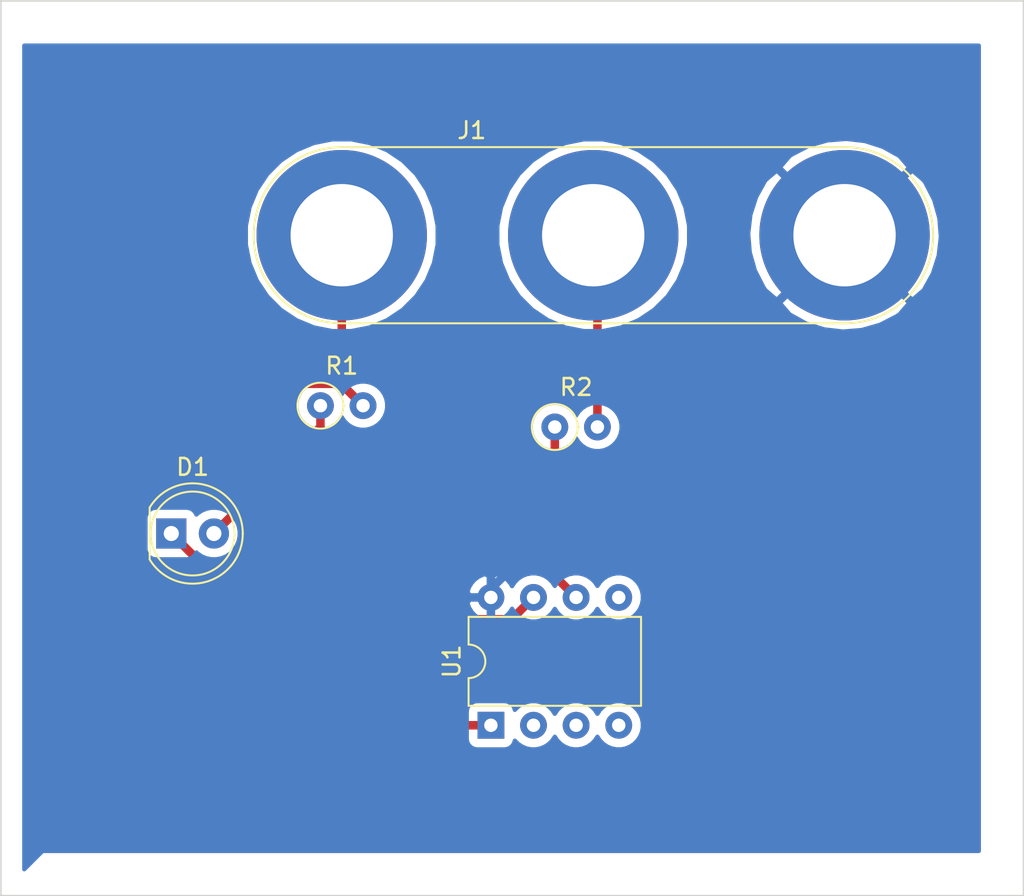
<source format=kicad_pcb>
(kicad_pcb (version 20171130) (host pcbnew 5.1.6-c6e7f7d~86~ubuntu18.04.1)

  (general
    (thickness 1.6)
    (drawings 4)
    (tracks 19)
    (zones 0)
    (modules 5)
    (nets 11)
  )

  (page USLetter)
  (title_block
    (title tut)
  )

  (layers
    (0 F.Cu signal)
    (31 B.Cu signal)
    (32 B.Adhes user)
    (33 F.Adhes user)
    (34 B.Paste user)
    (35 F.Paste user)
    (36 B.SilkS user)
    (37 F.SilkS user)
    (38 B.Mask user)
    (39 F.Mask user)
    (40 Dwgs.User user)
    (41 Cmts.User user)
    (42 Eco1.User user)
    (43 Eco2.User user)
    (44 Edge.Cuts user)
    (45 Margin user)
    (46 B.CrtYd user)
    (47 F.CrtYd user)
    (48 B.Fab user)
    (49 F.Fab user)
  )

  (setup
    (last_trace_width 0.508)
    (user_trace_width 0.508)
    (trace_clearance 0.25)
    (zone_clearance 0.508)
    (zone_45_only yes)
    (trace_min 0.2)
    (via_size 0.8)
    (via_drill 0.4)
    (via_min_size 0.4)
    (via_min_drill 0.3)
    (uvia_size 0.3)
    (uvia_drill 0.1)
    (uvias_allowed no)
    (uvia_min_size 0.2)
    (uvia_min_drill 0.1)
    (edge_width 0.05)
    (segment_width 0.2)
    (pcb_text_width 0.3)
    (pcb_text_size 1.5 1.5)
    (mod_edge_width 0.12)
    (mod_text_size 1 1)
    (mod_text_width 0.15)
    (pad_size 1.524 1.524)
    (pad_drill 0.762)
    (pad_to_mask_clearance 0.05)
    (aux_axis_origin 0 0)
    (visible_elements FFFFFF7F)
    (pcbplotparams
      (layerselection 0x010fc_ffffffff)
      (usegerberextensions false)
      (usegerberattributes true)
      (usegerberadvancedattributes true)
      (creategerberjobfile true)
      (excludeedgelayer true)
      (linewidth 0.100000)
      (plotframeref false)
      (viasonmask false)
      (mode 1)
      (useauxorigin false)
      (hpglpennumber 1)
      (hpglpenspeed 20)
      (hpglpendiameter 15.000000)
      (psnegative false)
      (psa4output false)
      (plotreference true)
      (plotvalue true)
      (plotinvisibletext false)
      (padsonsilk false)
      (subtractmaskfromsilk false)
      (outputformat 1)
      (mirror false)
      (drillshape 1)
      (scaleselection 1)
      (outputdirectory ""))
  )

  (net 0 "")
  (net 1 /LEDtoC)
  (net 2 /LEDtoR)
  (net 3 VCC)
  (net 4 GND)
  (net 5 /INPUTtoR)
  (net 6 /input)
  (net 7 "Net-(U1-Pad5)")
  (net 8 "Net-(U1-Pad2)")
  (net 9 "Net-(U1-Pad3)")
  (net 10 "Net-(U1-Pad4)")

  (net_class Default "This is the default net class."
    (clearance 0.25)
    (trace_width 0.25)
    (via_dia 0.8)
    (via_drill 0.4)
    (uvia_dia 0.3)
    (uvia_drill 0.1)
    (add_net /INPUTtoR)
    (add_net /LEDtoC)
    (add_net /LEDtoR)
    (add_net /input)
    (add_net GND)
    (add_net "Net-(U1-Pad2)")
    (add_net "Net-(U1-Pad3)")
    (add_net "Net-(U1-Pad4)")
    (add_net "Net-(U1-Pad5)")
    (add_net VCC)
  )

  (module LED_THT:LED_D5.0mm (layer F.Cu) (tedit 5995936A) (tstamp 5F04D95D)
    (at 163.83 -803.91)
    (descr "LED, diameter 5.0mm, 2 pins, http://cdn-reichelt.de/documents/datenblatt/A500/LL-504BC2E-009.pdf")
    (tags "LED diameter 5.0mm 2 pins")
    (path /5F05EB6B)
    (fp_text reference D1 (at 1.27 -3.96) (layer F.SilkS)
      (effects (font (size 1 1) (thickness 0.15)))
    )
    (fp_text value LED (at 1.27 3.96) (layer F.Fab)
      (effects (font (size 1 1) (thickness 0.15)))
    )
    (fp_line (start 4.5 -3.25) (end -1.95 -3.25) (layer F.CrtYd) (width 0.05))
    (fp_line (start 4.5 3.25) (end 4.5 -3.25) (layer F.CrtYd) (width 0.05))
    (fp_line (start -1.95 3.25) (end 4.5 3.25) (layer F.CrtYd) (width 0.05))
    (fp_line (start -1.95 -3.25) (end -1.95 3.25) (layer F.CrtYd) (width 0.05))
    (fp_line (start -1.29 -1.545) (end -1.29 1.545) (layer F.SilkS) (width 0.12))
    (fp_line (start -1.23 -1.469694) (end -1.23 1.469694) (layer F.Fab) (width 0.1))
    (fp_circle (center 1.27 0) (end 3.77 0) (layer F.SilkS) (width 0.12))
    (fp_circle (center 1.27 0) (end 3.77 0) (layer F.Fab) (width 0.1))
    (fp_arc (start 1.27 0) (end -1.23 -1.469694) (angle 299.1) (layer F.Fab) (width 0.1))
    (fp_arc (start 1.27 0) (end -1.29 -1.54483) (angle 148.9) (layer F.SilkS) (width 0.12))
    (fp_arc (start 1.27 0) (end -1.29 1.54483) (angle -148.9) (layer F.SilkS) (width 0.12))
    (fp_text user %R (at 1.25 0) (layer F.Fab)
      (effects (font (size 0.8 0.8) (thickness 0.2)))
    )
    (pad 1 thru_hole rect (at 0 0) (size 1.8 1.8) (drill 0.9) (layers *.Cu *.Mask)
      (net 1 /LEDtoC))
    (pad 2 thru_hole circle (at 2.54 0) (size 1.8 1.8) (drill 0.9) (layers *.Cu *.Mask)
      (net 2 /LEDtoR))
    (model ${KISYS3DMOD}/LED_THT.3dshapes/LED_D5.0mm.wrl
      (at (xyz 0 0 0))
      (scale (xyz 1 1 1))
      (rotate (xyz 0 0 0))
    )
  )

  (module Connector:Banana_Jack_3Pin (layer F.Cu) (tedit 5A1AB217) (tstamp 5F04D973)
    (at 173.99 -821.69)
    (descr "Triple banana socket, footprint - 3 x 6mm drills")
    (tags "banana socket")
    (path /5F06D2C9)
    (fp_text reference J1 (at 7.75 -6.25) (layer F.SilkS)
      (effects (font (size 1 1) (thickness 0.15)))
    )
    (fp_text value MYCONN3 (at 22.5 -6.25) (layer F.Fab)
      (effects (font (size 1 1) (thickness 0.15)))
    )
    (fp_circle (center 0 0) (end 2 0) (layer F.Fab) (width 0.1))
    (fp_circle (center 0 0) (end 4.75 0) (layer F.Fab) (width 0.1))
    (fp_circle (center 15 0) (end 17 0) (layer F.Fab) (width 0.1))
    (fp_circle (center 15 0) (end 19.75 0) (layer F.Fab) (width 0.1))
    (fp_circle (center 30 0) (end 30 -4.75) (layer F.Fab) (width 0.1))
    (fp_circle (center 30 0) (end 30 -2) (layer F.Fab) (width 0.1))
    (fp_line (start 30 -5.25) (end 0 -5.25) (layer F.SilkS) (width 0.12))
    (fp_line (start 0 5.25) (end 30 5.25) (layer F.SilkS) (width 0.12))
    (fp_line (start 0 -5.5) (end 30 -5.5) (layer F.CrtYd) (width 0.05))
    (fp_line (start 30 5.5) (end 0 5.5) (layer F.CrtYd) (width 0.05))
    (fp_text user %R (at 14.99 0) (layer F.Fab)
      (effects (font (size 0.8 0.8) (thickness 0.12)))
    )
    (fp_arc (start 0 0) (end 0 5.5) (angle 180) (layer F.CrtYd) (width 0.05))
    (fp_arc (start 30 0) (end 30 -5.5) (angle 180) (layer F.CrtYd) (width 0.05))
    (fp_arc (start 30 0) (end 30 -5.25) (angle 180) (layer F.SilkS) (width 0.12))
    (fp_arc (start 0 0) (end 0 5.25) (angle 180) (layer F.SilkS) (width 0.12))
    (pad 1 thru_hole circle (at 0 0) (size 10.16 10.16) (drill 6.1) (layers *.Cu *.Mask)
      (net 3 VCC))
    (pad 3 thru_hole circle (at 29.97 0) (size 10.16 10.16) (drill 6.1) (layers *.Cu *.Mask)
      (net 4 GND))
    (pad 2 thru_hole circle (at 14.99 0) (size 10.16 10.16) (drill 6.1) (layers *.Cu *.Mask)
      (net 5 /INPUTtoR))
    (model ${KISYS3DMOD}/Connector.3dshapes/Banana_Jack_3Pin.wrl
      (offset (xyz 14.9999997746626 0 0))
      (scale (xyz 2 2 2))
      (rotate (xyz 0 0 0))
    )
  )

  (module Resistor_THT:R_Axial_DIN0207_L6.3mm_D2.5mm_P2.54mm_Vertical (layer F.Cu) (tedit 5AE5139B) (tstamp 5F04D982)
    (at 172.72 -811.53)
    (descr "Resistor, Axial_DIN0207 series, Axial, Vertical, pin pitch=2.54mm, 0.25W = 1/4W, length*diameter=6.3*2.5mm^2, http://cdn-reichelt.de/documents/datenblatt/B400/1_4W%23YAG.pdf")
    (tags "Resistor Axial_DIN0207 series Axial Vertical pin pitch 2.54mm 0.25W = 1/4W length 6.3mm diameter 2.5mm")
    (path /5F05B6CC)
    (fp_text reference R1 (at 1.27 -2.37) (layer F.SilkS)
      (effects (font (size 1 1) (thickness 0.15)))
    )
    (fp_text value 1k (at 1.27 2.37) (layer F.Fab)
      (effects (font (size 1 1) (thickness 0.15)))
    )
    (fp_line (start 3.59 -1.5) (end -1.5 -1.5) (layer F.CrtYd) (width 0.05))
    (fp_line (start 3.59 1.5) (end 3.59 -1.5) (layer F.CrtYd) (width 0.05))
    (fp_line (start -1.5 1.5) (end 3.59 1.5) (layer F.CrtYd) (width 0.05))
    (fp_line (start -1.5 -1.5) (end -1.5 1.5) (layer F.CrtYd) (width 0.05))
    (fp_line (start 1.37 0) (end 1.44 0) (layer F.SilkS) (width 0.12))
    (fp_line (start 0 0) (end 2.54 0) (layer F.Fab) (width 0.1))
    (fp_circle (center 0 0) (end 1.37 0) (layer F.SilkS) (width 0.12))
    (fp_circle (center 0 0) (end 1.25 0) (layer F.Fab) (width 0.1))
    (fp_text user %R (at 1.27 -2.37) (layer F.Fab)
      (effects (font (size 1 1) (thickness 0.15)))
    )
    (pad 1 thru_hole circle (at 0 0) (size 1.6 1.6) (drill 0.8) (layers *.Cu *.Mask)
      (net 2 /LEDtoR))
    (pad 2 thru_hole oval (at 2.54 0) (size 1.6 1.6) (drill 0.8) (layers *.Cu *.Mask)
      (net 3 VCC))
    (model ${KISYS3DMOD}/Resistor_THT.3dshapes/R_Axial_DIN0207_L6.3mm_D2.5mm_P2.54mm_Vertical.wrl
      (at (xyz 0 0 0))
      (scale (xyz 1 1 1))
      (rotate (xyz 0 0 0))
    )
  )

  (module Resistor_THT:R_Axial_DIN0207_L6.3mm_D2.5mm_P2.54mm_Vertical (layer F.Cu) (tedit 5AE5139B) (tstamp 5F04D991)
    (at 186.69 -810.26)
    (descr "Resistor, Axial_DIN0207 series, Axial, Vertical, pin pitch=2.54mm, 0.25W = 1/4W, length*diameter=6.3*2.5mm^2, http://cdn-reichelt.de/documents/datenblatt/B400/1_4W%23YAG.pdf")
    (tags "Resistor Axial_DIN0207 series Axial Vertical pin pitch 2.54mm 0.25W = 1/4W length 6.3mm diameter 2.5mm")
    (path /5F05C1BF)
    (fp_text reference R2 (at 1.27 -2.37) (layer F.SilkS)
      (effects (font (size 1 1) (thickness 0.15)))
    )
    (fp_text value 100 (at 1.27 2.37) (layer F.Fab)
      (effects (font (size 1 1) (thickness 0.15)))
    )
    (fp_text user %R (at 1.27 -2.37) (layer F.Fab)
      (effects (font (size 1 1) (thickness 0.15)))
    )
    (fp_circle (center 0 0) (end 1.25 0) (layer F.Fab) (width 0.1))
    (fp_circle (center 0 0) (end 1.37 0) (layer F.SilkS) (width 0.12))
    (fp_line (start 0 0) (end 2.54 0) (layer F.Fab) (width 0.1))
    (fp_line (start 1.37 0) (end 1.44 0) (layer F.SilkS) (width 0.12))
    (fp_line (start -1.5 -1.5) (end -1.5 1.5) (layer F.CrtYd) (width 0.05))
    (fp_line (start -1.5 1.5) (end 3.59 1.5) (layer F.CrtYd) (width 0.05))
    (fp_line (start 3.59 1.5) (end 3.59 -1.5) (layer F.CrtYd) (width 0.05))
    (fp_line (start 3.59 -1.5) (end -1.5 -1.5) (layer F.CrtYd) (width 0.05))
    (pad 2 thru_hole oval (at 2.54 0) (size 1.6 1.6) (drill 0.8) (layers *.Cu *.Mask)
      (net 5 /INPUTtoR))
    (pad 1 thru_hole circle (at 0 0) (size 1.6 1.6) (drill 0.8) (layers *.Cu *.Mask)
      (net 6 /input))
    (model ${KISYS3DMOD}/Resistor_THT.3dshapes/R_Axial_DIN0207_L6.3mm_D2.5mm_P2.54mm_Vertical.wrl
      (at (xyz 0 0 0))
      (scale (xyz 1 1 1))
      (rotate (xyz 0 0 0))
    )
  )

  (module Package_DIP:DIP-8_W7.62mm (layer F.Cu) (tedit 5A02E8C5) (tstamp 5F04D9AD)
    (at 182.88 -792.48 90)
    (descr "8-lead though-hole mounted DIP package, row spacing 7.62 mm (300 mils)")
    (tags "THT DIP DIL PDIP 2.54mm 7.62mm 300mil")
    (path /5F05D1D2)
    (fp_text reference U1 (at 3.81 -2.33 90) (layer F.SilkS)
      (effects (font (size 1 1) (thickness 0.15)))
    )
    (fp_text value PIC12C508A-ISN (at 3.81 9.95 90) (layer F.Fab)
      (effects (font (size 1 1) (thickness 0.15)))
    )
    (fp_line (start 8.7 -1.55) (end -1.1 -1.55) (layer F.CrtYd) (width 0.05))
    (fp_line (start 8.7 9.15) (end 8.7 -1.55) (layer F.CrtYd) (width 0.05))
    (fp_line (start -1.1 9.15) (end 8.7 9.15) (layer F.CrtYd) (width 0.05))
    (fp_line (start -1.1 -1.55) (end -1.1 9.15) (layer F.CrtYd) (width 0.05))
    (fp_line (start 6.46 -1.33) (end 4.81 -1.33) (layer F.SilkS) (width 0.12))
    (fp_line (start 6.46 8.95) (end 6.46 -1.33) (layer F.SilkS) (width 0.12))
    (fp_line (start 1.16 8.95) (end 6.46 8.95) (layer F.SilkS) (width 0.12))
    (fp_line (start 1.16 -1.33) (end 1.16 8.95) (layer F.SilkS) (width 0.12))
    (fp_line (start 2.81 -1.33) (end 1.16 -1.33) (layer F.SilkS) (width 0.12))
    (fp_line (start 0.635 -0.27) (end 1.635 -1.27) (layer F.Fab) (width 0.1))
    (fp_line (start 0.635 8.89) (end 0.635 -0.27) (layer F.Fab) (width 0.1))
    (fp_line (start 6.985 8.89) (end 0.635 8.89) (layer F.Fab) (width 0.1))
    (fp_line (start 6.985 -1.27) (end 6.985 8.89) (layer F.Fab) (width 0.1))
    (fp_line (start 1.635 -1.27) (end 6.985 -1.27) (layer F.Fab) (width 0.1))
    (fp_arc (start 3.81 -1.33) (end 2.81 -1.33) (angle -180) (layer F.SilkS) (width 0.12))
    (fp_text user %R (at 3.81 3.81 90) (layer F.Fab)
      (effects (font (size 1 1) (thickness 0.15)))
    )
    (pad 1 thru_hole rect (at 0 0 90) (size 1.6 1.6) (drill 0.8) (layers *.Cu *.Mask)
      (net 3 VCC))
    (pad 5 thru_hole oval (at 7.62 7.62 90) (size 1.6 1.6) (drill 0.8) (layers *.Cu *.Mask)
      (net 7 "Net-(U1-Pad5)"))
    (pad 2 thru_hole oval (at 0 2.54 90) (size 1.6 1.6) (drill 0.8) (layers *.Cu *.Mask)
      (net 8 "Net-(U1-Pad2)"))
    (pad 6 thru_hole oval (at 7.62 5.08 90) (size 1.6 1.6) (drill 0.8) (layers *.Cu *.Mask)
      (net 6 /input))
    (pad 3 thru_hole oval (at 0 5.08 90) (size 1.6 1.6) (drill 0.8) (layers *.Cu *.Mask)
      (net 9 "Net-(U1-Pad3)"))
    (pad 7 thru_hole oval (at 7.62 2.54 90) (size 1.6 1.6) (drill 0.8) (layers *.Cu *.Mask)
      (net 1 /LEDtoC))
    (pad 4 thru_hole oval (at 0 7.62 90) (size 1.6 1.6) (drill 0.8) (layers *.Cu *.Mask)
      (net 10 "Net-(U1-Pad4)"))
    (pad 8 thru_hole oval (at 7.62 0 90) (size 1.6 1.6) (drill 0.8) (layers *.Cu *.Mask)
      (net 4 GND))
    (model ${KISYS3DMOD}/Package_DIP.3dshapes/DIP-8_W7.62mm.wrl
      (at (xyz 0 0 0))
      (scale (xyz 1 1 1))
      (rotate (xyz 0 0 0))
    )
  )

  (gr_line (start 214.63 -835.66) (end 214.63 -782.32) (layer Edge.Cuts) (width 0.1))
  (gr_line (start 153.67 -835.66) (end 214.63 -835.66) (layer Edge.Cuts) (width 0.1))
  (gr_line (start 153.67 -782.32) (end 153.67 -835.66) (layer Edge.Cuts) (width 0.1))
  (gr_line (start 214.63 -782.32) (end 153.67 -782.32) (layer Edge.Cuts) (width 0.1))

  (segment (start 184.115999 -798.795999) (end 185.42 -800.1) (width 0.508) (layer F.Cu) (net 1))
  (segment (start 168.944001 -798.795999) (end 184.115999 -798.795999) (width 0.508) (layer F.Cu) (net 1))
  (segment (start 163.83 -803.91) (end 168.944001 -798.795999) (width 0.508) (layer F.Cu) (net 1))
  (segment (start 172.72 -810.26) (end 166.37 -803.91) (width 0.508) (layer F.Cu) (net 2))
  (segment (start 172.72 -811.53) (end 172.72 -810.26) (width 0.508) (layer F.Cu) (net 2))
  (segment (start 173.99 -812.8) (end 175.26 -811.53) (width 0.508) (layer F.Cu) (net 3))
  (segment (start 173.99 -821.69) (end 173.99 -812.8) (width 0.508) (layer F.Cu) (net 3))
  (segment (start 165.134001 -812.834001) (end 173.955999 -812.834001) (width 0.508) (layer F.Cu) (net 3))
  (segment (start 161.29 -808.99) (end 165.134001 -812.834001) (width 0.508) (layer F.Cu) (net 3))
  (segment (start 173.955999 -812.834001) (end 175.26 -811.53) (width 0.508) (layer F.Cu) (net 3))
  (segment (start 182.88 -792.48) (end 167.64 -792.48) (width 0.508) (layer F.Cu) (net 3))
  (segment (start 161.29 -798.83) (end 161.29 -808.99) (width 0.508) (layer F.Cu) (net 3))
  (segment (start 167.64 -792.48) (end 161.29 -798.83) (width 0.508) (layer F.Cu) (net 3))
  (segment (start 182.88 -800.61) (end 182.88 -800.1) (width 0.508) (layer B.Cu) (net 4))
  (segment (start 203.96 -821.69) (end 182.88 -800.61) (width 0.508) (layer B.Cu) (net 4))
  (segment (start 189.23 -821.44) (end 188.98 -821.69) (width 0.508) (layer F.Cu) (net 5))
  (segment (start 189.23 -810.26) (end 189.23 -821.44) (width 0.508) (layer F.Cu) (net 5))
  (segment (start 186.69 -801.37) (end 187.96 -800.1) (width 0.508) (layer F.Cu) (net 6))
  (segment (start 186.69 -810.26) (end 186.69 -801.37) (width 0.508) (layer F.Cu) (net 6))

  (zone (net 4) (net_name GND) (layer B.Cu) (tstamp 5F04DBE2) (hatch edge 0.508)
    (connect_pads (clearance 0.508))
    (min_thickness 0.254)
    (fill yes (arc_segments 32) (thermal_gap 0.508) (thermal_bridge_width 0.508))
    (polygon
      (pts
        (xy 212.09 -784.86) (xy 156.21 -784.86) (xy 154.94 -783.59) (xy 154.94 -833.12) (xy 212.09 -833.12)
      )
    )
    (filled_polygon
      (pts
        (xy 211.963 -784.987) (xy 156.21 -784.987) (xy 156.185224 -784.98456) (xy 156.161399 -784.977333) (xy 156.139443 -784.965597)
        (xy 156.120197 -784.949803) (xy 155.067 -783.896606) (xy 155.067 -793.28) (xy 181.441928 -793.28) (xy 181.441928 -791.68)
        (xy 181.454188 -791.555518) (xy 181.490498 -791.43582) (xy 181.549463 -791.325506) (xy 181.628815 -791.228815) (xy 181.725506 -791.149463)
        (xy 181.83582 -791.090498) (xy 181.955518 -791.054188) (xy 182.08 -791.041928) (xy 183.68 -791.041928) (xy 183.804482 -791.054188)
        (xy 183.92418 -791.090498) (xy 184.034494 -791.149463) (xy 184.131185 -791.228815) (xy 184.210537 -791.325506) (xy 184.269502 -791.43582)
        (xy 184.305812 -791.555518) (xy 184.306643 -791.563961) (xy 184.505241 -791.365363) (xy 184.740273 -791.20832) (xy 185.001426 -791.100147)
        (xy 185.278665 -791.045) (xy 185.561335 -791.045) (xy 185.838574 -791.100147) (xy 186.099727 -791.20832) (xy 186.334759 -791.365363)
        (xy 186.534637 -791.565241) (xy 186.69 -791.797759) (xy 186.845363 -791.565241) (xy 187.045241 -791.365363) (xy 187.280273 -791.20832)
        (xy 187.541426 -791.100147) (xy 187.818665 -791.045) (xy 188.101335 -791.045) (xy 188.378574 -791.100147) (xy 188.639727 -791.20832)
        (xy 188.874759 -791.365363) (xy 189.074637 -791.565241) (xy 189.23 -791.797759) (xy 189.385363 -791.565241) (xy 189.585241 -791.365363)
        (xy 189.820273 -791.20832) (xy 190.081426 -791.100147) (xy 190.358665 -791.045) (xy 190.641335 -791.045) (xy 190.918574 -791.100147)
        (xy 191.179727 -791.20832) (xy 191.414759 -791.365363) (xy 191.614637 -791.565241) (xy 191.77168 -791.800273) (xy 191.879853 -792.061426)
        (xy 191.935 -792.338665) (xy 191.935 -792.621335) (xy 191.879853 -792.898574) (xy 191.77168 -793.159727) (xy 191.614637 -793.394759)
        (xy 191.414759 -793.594637) (xy 191.179727 -793.75168) (xy 190.918574 -793.859853) (xy 190.641335 -793.915) (xy 190.358665 -793.915)
        (xy 190.081426 -793.859853) (xy 189.820273 -793.75168) (xy 189.585241 -793.594637) (xy 189.385363 -793.394759) (xy 189.23 -793.162241)
        (xy 189.074637 -793.394759) (xy 188.874759 -793.594637) (xy 188.639727 -793.75168) (xy 188.378574 -793.859853) (xy 188.101335 -793.915)
        (xy 187.818665 -793.915) (xy 187.541426 -793.859853) (xy 187.280273 -793.75168) (xy 187.045241 -793.594637) (xy 186.845363 -793.394759)
        (xy 186.69 -793.162241) (xy 186.534637 -793.394759) (xy 186.334759 -793.594637) (xy 186.099727 -793.75168) (xy 185.838574 -793.859853)
        (xy 185.561335 -793.915) (xy 185.278665 -793.915) (xy 185.001426 -793.859853) (xy 184.740273 -793.75168) (xy 184.505241 -793.594637)
        (xy 184.306643 -793.396039) (xy 184.305812 -793.404482) (xy 184.269502 -793.52418) (xy 184.210537 -793.634494) (xy 184.131185 -793.731185)
        (xy 184.034494 -793.810537) (xy 183.92418 -793.869502) (xy 183.804482 -793.905812) (xy 183.68 -793.918072) (xy 182.08 -793.918072)
        (xy 181.955518 -793.905812) (xy 181.83582 -793.869502) (xy 181.725506 -793.810537) (xy 181.628815 -793.731185) (xy 181.549463 -793.634494)
        (xy 181.490498 -793.52418) (xy 181.454188 -793.404482) (xy 181.441928 -793.28) (xy 155.067 -793.28) (xy 155.067 -799.75096)
        (xy 181.488091 -799.75096) (xy 181.58293 -799.486119) (xy 181.727615 -799.244869) (xy 181.916586 -799.036481) (xy 182.14258 -798.868963)
        (xy 182.396913 -798.748754) (xy 182.530961 -798.708096) (xy 182.753 -798.830085) (xy 182.753 -799.973) (xy 181.609376 -799.973)
        (xy 181.488091 -799.75096) (xy 155.067 -799.75096) (xy 155.067 -800.44904) (xy 181.488091 -800.44904) (xy 181.609376 -800.227)
        (xy 182.753 -800.227) (xy 182.753 -801.369915) (xy 183.007 -801.369915) (xy 183.007 -800.227) (xy 183.027 -800.227)
        (xy 183.027 -799.973) (xy 183.007 -799.973) (xy 183.007 -798.830085) (xy 183.229039 -798.708096) (xy 183.363087 -798.748754)
        (xy 183.61742 -798.868963) (xy 183.843414 -799.036481) (xy 184.032385 -799.244869) (xy 184.143933 -799.430865) (xy 184.14832 -799.420273)
        (xy 184.305363 -799.185241) (xy 184.505241 -798.985363) (xy 184.740273 -798.82832) (xy 185.001426 -798.720147) (xy 185.278665 -798.665)
        (xy 185.561335 -798.665) (xy 185.838574 -798.720147) (xy 186.099727 -798.82832) (xy 186.334759 -798.985363) (xy 186.534637 -799.185241)
        (xy 186.69 -799.417759) (xy 186.845363 -799.185241) (xy 187.045241 -798.985363) (xy 187.280273 -798.82832) (xy 187.541426 -798.720147)
        (xy 187.818665 -798.665) (xy 188.101335 -798.665) (xy 188.378574 -798.720147) (xy 188.639727 -798.82832) (xy 188.874759 -798.985363)
        (xy 189.074637 -799.185241) (xy 189.23 -799.417759) (xy 189.385363 -799.185241) (xy 189.585241 -798.985363) (xy 189.820273 -798.82832)
        (xy 190.081426 -798.720147) (xy 190.358665 -798.665) (xy 190.641335 -798.665) (xy 190.918574 -798.720147) (xy 191.179727 -798.82832)
        (xy 191.414759 -798.985363) (xy 191.614637 -799.185241) (xy 191.77168 -799.420273) (xy 191.879853 -799.681426) (xy 191.935 -799.958665)
        (xy 191.935 -800.241335) (xy 191.879853 -800.518574) (xy 191.77168 -800.779727) (xy 191.614637 -801.014759) (xy 191.414759 -801.214637)
        (xy 191.179727 -801.37168) (xy 190.918574 -801.479853) (xy 190.641335 -801.535) (xy 190.358665 -801.535) (xy 190.081426 -801.479853)
        (xy 189.820273 -801.37168) (xy 189.585241 -801.214637) (xy 189.385363 -801.014759) (xy 189.23 -800.782241) (xy 189.074637 -801.014759)
        (xy 188.874759 -801.214637) (xy 188.639727 -801.37168) (xy 188.378574 -801.479853) (xy 188.101335 -801.535) (xy 187.818665 -801.535)
        (xy 187.541426 -801.479853) (xy 187.280273 -801.37168) (xy 187.045241 -801.214637) (xy 186.845363 -801.014759) (xy 186.69 -800.782241)
        (xy 186.534637 -801.014759) (xy 186.334759 -801.214637) (xy 186.099727 -801.37168) (xy 185.838574 -801.479853) (xy 185.561335 -801.535)
        (xy 185.278665 -801.535) (xy 185.001426 -801.479853) (xy 184.740273 -801.37168) (xy 184.505241 -801.214637) (xy 184.305363 -801.014759)
        (xy 184.14832 -800.779727) (xy 184.143933 -800.769135) (xy 184.032385 -800.955131) (xy 183.843414 -801.163519) (xy 183.61742 -801.331037)
        (xy 183.363087 -801.451246) (xy 183.229039 -801.491904) (xy 183.007 -801.369915) (xy 182.753 -801.369915) (xy 182.530961 -801.491904)
        (xy 182.396913 -801.451246) (xy 182.14258 -801.331037) (xy 181.916586 -801.163519) (xy 181.727615 -800.955131) (xy 181.58293 -800.713881)
        (xy 181.488091 -800.44904) (xy 155.067 -800.44904) (xy 155.067 -804.81) (xy 162.291928 -804.81) (xy 162.291928 -803.01)
        (xy 162.304188 -802.885518) (xy 162.340498 -802.76582) (xy 162.399463 -802.655506) (xy 162.478815 -802.558815) (xy 162.575506 -802.479463)
        (xy 162.68582 -802.420498) (xy 162.805518 -802.384188) (xy 162.93 -802.371928) (xy 164.73 -802.371928) (xy 164.854482 -802.384188)
        (xy 164.97418 -802.420498) (xy 165.084494 -802.479463) (xy 165.181185 -802.558815) (xy 165.260537 -802.655506) (xy 165.319502 -802.76582)
        (xy 165.325056 -802.784127) (xy 165.391495 -802.717688) (xy 165.642905 -802.549701) (xy 165.922257 -802.433989) (xy 166.218816 -802.375)
        (xy 166.521184 -802.375) (xy 166.817743 -802.433989) (xy 167.097095 -802.549701) (xy 167.348505 -802.717688) (xy 167.562312 -802.931495)
        (xy 167.730299 -803.182905) (xy 167.846011 -803.462257) (xy 167.905 -803.758816) (xy 167.905 -804.061184) (xy 167.846011 -804.357743)
        (xy 167.730299 -804.637095) (xy 167.562312 -804.888505) (xy 167.348505 -805.102312) (xy 167.097095 -805.270299) (xy 166.817743 -805.386011)
        (xy 166.521184 -805.445) (xy 166.218816 -805.445) (xy 165.922257 -805.386011) (xy 165.642905 -805.270299) (xy 165.391495 -805.102312)
        (xy 165.325056 -805.035873) (xy 165.319502 -805.05418) (xy 165.260537 -805.164494) (xy 165.181185 -805.261185) (xy 165.084494 -805.340537)
        (xy 164.97418 -805.399502) (xy 164.854482 -805.435812) (xy 164.73 -805.448072) (xy 162.93 -805.448072) (xy 162.805518 -805.435812)
        (xy 162.68582 -805.399502) (xy 162.575506 -805.340537) (xy 162.478815 -805.261185) (xy 162.399463 -805.164494) (xy 162.340498 -805.05418)
        (xy 162.304188 -804.934482) (xy 162.291928 -804.81) (xy 155.067 -804.81) (xy 155.067 -811.671335) (xy 171.285 -811.671335)
        (xy 171.285 -811.388665) (xy 171.340147 -811.111426) (xy 171.44832 -810.850273) (xy 171.605363 -810.615241) (xy 171.805241 -810.415363)
        (xy 172.040273 -810.25832) (xy 172.301426 -810.150147) (xy 172.578665 -810.095) (xy 172.861335 -810.095) (xy 173.138574 -810.150147)
        (xy 173.399727 -810.25832) (xy 173.634759 -810.415363) (xy 173.834637 -810.615241) (xy 173.99 -810.847759) (xy 174.145363 -810.615241)
        (xy 174.345241 -810.415363) (xy 174.580273 -810.25832) (xy 174.841426 -810.150147) (xy 175.118665 -810.095) (xy 175.401335 -810.095)
        (xy 175.678574 -810.150147) (xy 175.939727 -810.25832) (xy 176.153764 -810.401335) (xy 185.255 -810.401335) (xy 185.255 -810.118665)
        (xy 185.310147 -809.841426) (xy 185.41832 -809.580273) (xy 185.575363 -809.345241) (xy 185.775241 -809.145363) (xy 186.010273 -808.98832)
        (xy 186.271426 -808.880147) (xy 186.548665 -808.825) (xy 186.831335 -808.825) (xy 187.108574 -808.880147) (xy 187.369727 -808.98832)
        (xy 187.604759 -809.145363) (xy 187.804637 -809.345241) (xy 187.96 -809.577759) (xy 188.115363 -809.345241) (xy 188.315241 -809.145363)
        (xy 188.550273 -808.98832) (xy 188.811426 -808.880147) (xy 189.088665 -808.825) (xy 189.371335 -808.825) (xy 189.648574 -808.880147)
        (xy 189.909727 -808.98832) (xy 190.144759 -809.145363) (xy 190.344637 -809.345241) (xy 190.50168 -809.580273) (xy 190.609853 -809.841426)
        (xy 190.665 -810.118665) (xy 190.665 -810.401335) (xy 190.609853 -810.678574) (xy 190.50168 -810.939727) (xy 190.344637 -811.174759)
        (xy 190.144759 -811.374637) (xy 189.909727 -811.53168) (xy 189.648574 -811.639853) (xy 189.371335 -811.695) (xy 189.088665 -811.695)
        (xy 188.811426 -811.639853) (xy 188.550273 -811.53168) (xy 188.315241 -811.374637) (xy 188.115363 -811.174759) (xy 187.96 -810.942241)
        (xy 187.804637 -811.174759) (xy 187.604759 -811.374637) (xy 187.369727 -811.53168) (xy 187.108574 -811.639853) (xy 186.831335 -811.695)
        (xy 186.548665 -811.695) (xy 186.271426 -811.639853) (xy 186.010273 -811.53168) (xy 185.775241 -811.374637) (xy 185.575363 -811.174759)
        (xy 185.41832 -810.939727) (xy 185.310147 -810.678574) (xy 185.255 -810.401335) (xy 176.153764 -810.401335) (xy 176.174759 -810.415363)
        (xy 176.374637 -810.615241) (xy 176.53168 -810.850273) (xy 176.639853 -811.111426) (xy 176.695 -811.388665) (xy 176.695 -811.671335)
        (xy 176.639853 -811.948574) (xy 176.53168 -812.209727) (xy 176.374637 -812.444759) (xy 176.174759 -812.644637) (xy 175.939727 -812.80168)
        (xy 175.678574 -812.909853) (xy 175.401335 -812.965) (xy 175.118665 -812.965) (xy 174.841426 -812.909853) (xy 174.580273 -812.80168)
        (xy 174.345241 -812.644637) (xy 174.145363 -812.444759) (xy 173.99 -812.212241) (xy 173.834637 -812.444759) (xy 173.634759 -812.644637)
        (xy 173.399727 -812.80168) (xy 173.138574 -812.909853) (xy 172.861335 -812.965) (xy 172.578665 -812.965) (xy 172.301426 -812.909853)
        (xy 172.040273 -812.80168) (xy 171.805241 -812.644637) (xy 171.605363 -812.444759) (xy 171.44832 -812.209727) (xy 171.340147 -811.948574)
        (xy 171.285 -811.671335) (xy 155.067 -811.671335) (xy 155.067 -822.252878) (xy 168.275 -822.252878) (xy 168.275 -821.127122)
        (xy 168.494625 -820.022996) (xy 168.925433 -818.982933) (xy 169.55087 -818.0469) (xy 170.3469 -817.25087) (xy 171.282933 -816.625433)
        (xy 172.322996 -816.194625) (xy 173.427122 -815.975) (xy 174.552878 -815.975) (xy 175.657004 -816.194625) (xy 176.697067 -816.625433)
        (xy 177.6331 -817.25087) (xy 178.42913 -818.0469) (xy 179.054567 -818.982933) (xy 179.485375 -820.022996) (xy 179.705 -821.127122)
        (xy 179.705 -822.252878) (xy 183.265 -822.252878) (xy 183.265 -821.127122) (xy 183.484625 -820.022996) (xy 183.915433 -818.982933)
        (xy 184.54087 -818.0469) (xy 185.3369 -817.25087) (xy 186.272933 -816.625433) (xy 187.312996 -816.194625) (xy 188.417122 -815.975)
        (xy 189.542878 -815.975) (xy 190.647004 -816.194625) (xy 191.687067 -816.625433) (xy 192.6231 -817.25087) (xy 193.025034 -817.652804)
        (xy 200.102409 -817.652804) (xy 200.688124 -816.970584) (xy 201.671704 -816.422955) (xy 202.743223 -816.077735) (xy 203.861501 -815.948192)
        (xy 204.983565 -816.039303) (xy 206.066294 -816.347567) (xy 207.068079 -816.861137) (xy 207.231876 -816.970584) (xy 207.817591 -817.652804)
        (xy 203.96 -821.510395) (xy 200.102409 -817.652804) (xy 193.025034 -817.652804) (xy 193.41913 -818.0469) (xy 194.044567 -818.982933)
        (xy 194.475375 -820.022996) (xy 194.695 -821.127122) (xy 194.695 -821.788499) (xy 198.218192 -821.788499) (xy 198.309303 -820.666435)
        (xy 198.617567 -819.583706) (xy 199.131137 -818.581921) (xy 199.240584 -818.418124) (xy 199.922804 -817.832409) (xy 203.780395 -821.69)
        (xy 204.139605 -821.69) (xy 207.997196 -817.832409) (xy 208.679416 -818.418124) (xy 209.227045 -819.401704) (xy 209.572265 -820.473223)
        (xy 209.701808 -821.591501) (xy 209.610697 -822.713565) (xy 209.302433 -823.796294) (xy 208.788863 -824.798079) (xy 208.679416 -824.961876)
        (xy 207.997196 -825.547591) (xy 204.139605 -821.69) (xy 203.780395 -821.69) (xy 199.922804 -825.547591) (xy 199.240584 -824.961876)
        (xy 198.692955 -823.978296) (xy 198.347735 -822.906777) (xy 198.218192 -821.788499) (xy 194.695 -821.788499) (xy 194.695 -822.252878)
        (xy 194.475375 -823.357004) (xy 194.044567 -824.397067) (xy 193.41913 -825.3331) (xy 193.025034 -825.727196) (xy 200.102409 -825.727196)
        (xy 203.96 -821.869605) (xy 207.817591 -825.727196) (xy 207.231876 -826.409416) (xy 206.248296 -826.957045) (xy 205.176777 -827.302265)
        (xy 204.058499 -827.431808) (xy 202.936435 -827.340697) (xy 201.853706 -827.032433) (xy 200.851921 -826.518863) (xy 200.688124 -826.409416)
        (xy 200.102409 -825.727196) (xy 193.025034 -825.727196) (xy 192.6231 -826.12913) (xy 191.687067 -826.754567) (xy 190.647004 -827.185375)
        (xy 189.542878 -827.405) (xy 188.417122 -827.405) (xy 187.312996 -827.185375) (xy 186.272933 -826.754567) (xy 185.3369 -826.12913)
        (xy 184.54087 -825.3331) (xy 183.915433 -824.397067) (xy 183.484625 -823.357004) (xy 183.265 -822.252878) (xy 179.705 -822.252878)
        (xy 179.485375 -823.357004) (xy 179.054567 -824.397067) (xy 178.42913 -825.3331) (xy 177.6331 -826.12913) (xy 176.697067 -826.754567)
        (xy 175.657004 -827.185375) (xy 174.552878 -827.405) (xy 173.427122 -827.405) (xy 172.322996 -827.185375) (xy 171.282933 -826.754567)
        (xy 170.3469 -826.12913) (xy 169.55087 -825.3331) (xy 168.925433 -824.397067) (xy 168.494625 -823.357004) (xy 168.275 -822.252878)
        (xy 155.067 -822.252878) (xy 155.067 -832.993) (xy 211.963 -832.993)
      )
    )
  )
)

</source>
